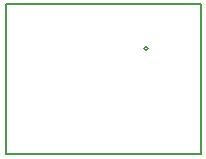
<source format=gto>
%TF.GenerationSoftware,KiCad,Pcbnew,4.0.7*%
%TF.CreationDate,2017-09-30T17:15:01+08:00*%
%TF.ProjectId,rj12-with-connector,726A31322D776974682D636F6E6E6563,rev?*%
%TF.FileFunction,Legend,Top*%
%FSLAX46Y46*%
G04 Gerber Fmt 4.6, Leading zero omitted, Abs format (unit mm)*
G04 Created by KiCad (PCBNEW 4.0.7) date 09/30/17 17:15:01*
%MOMM*%
%LPD*%
G01*
G04 APERTURE LIST*
%ADD10C,0.100000*%
%ADD11C,0.150000*%
G04 APERTURE END LIST*
D10*
D11*
X2112600Y-14309120D02*
X2112600Y-27009120D01*
X2112600Y-27009120D02*
X18622600Y-27009120D01*
X18622600Y-27009120D02*
X18622600Y-14309120D01*
X18622600Y-14309120D02*
X2112600Y-14309120D01*
X14162678Y-18054120D02*
G75*
G03X14162678Y-18054120I-160078J0D01*
G01*
M02*

</source>
